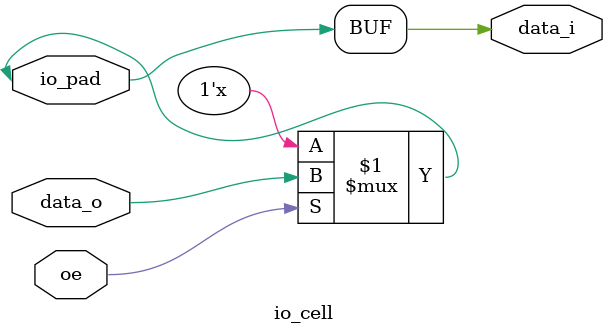
<source format=v>

module io_cell #(
    parameter WIDTH = 1
    )(
    inout   [WIDTH - 1:0] io_pad,   // I/O pin
    input   [WIDTH - 1:0] data_o,   // Data from pin
    input   [WIDTH - 1:0] oe,       // Output enable
    output  [WIDTH - 1:0] data_i    // Data to pin
    );

    //--------------------------------------------------------------------------
    // Asignments
    //--------------------------------------------------------------------------
    assign data_i = io_pad;
    assign io_pad = (oe) ? data_o : {WIDTH{1'bz}};
endmodule

</source>
